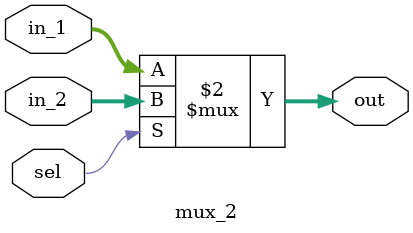
<source format=v>
`timescale 1ns / 1ps


module mux_2(//大概准备给选B和mem 
    input sel,
    input wire [31:0]in_1,
    input wire [31:0]in_2,
    output wire [31:0]out
);
assign out = (sel == 1'b0) ? in_1 : in_2;
endmodule

</source>
